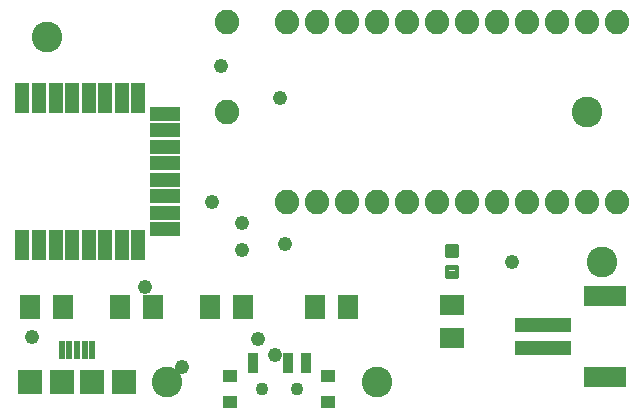
<source format=gts>
G75*
%MOIN*%
%OFA0B0*%
%FSLAX25Y25*%
%IPPOS*%
%LPD*%
%AMOC8*
5,1,8,0,0,1.08239X$1,22.5*
%
%ADD10R,0.04737X0.10446*%
%ADD11R,0.10446X0.04737*%
%ADD12C,0.08200*%
%ADD13R,0.18910X0.04737*%
%ADD14R,0.14186X0.07099*%
%ADD15R,0.04737X0.03950*%
%ADD16R,0.03556X0.06706*%
%ADD17C,0.04343*%
%ADD18C,0.01421*%
%ADD19R,0.07099X0.07887*%
%ADD20R,0.07887X0.07099*%
%ADD21R,0.02178X0.06312*%
%ADD22R,0.07887X0.08280*%
%ADD23R,0.08280X0.08280*%
%ADD24C,0.04800*%
%ADD25C,0.04762*%
%ADD26C,0.10249*%
D10*
X0045094Y0063610D03*
X0050606Y0063610D03*
X0056118Y0063610D03*
X0061630Y0063610D03*
X0067142Y0063610D03*
X0072654Y0063610D03*
X0078165Y0063610D03*
X0083677Y0063610D03*
X0083677Y0112823D03*
X0078165Y0112823D03*
X0072654Y0112823D03*
X0067142Y0112823D03*
X0061630Y0112823D03*
X0056118Y0112823D03*
X0050606Y0112823D03*
X0045094Y0112823D03*
D11*
X0092535Y0107508D03*
X0092535Y0101996D03*
X0092535Y0096484D03*
X0092535Y0090972D03*
X0092535Y0085461D03*
X0092535Y0079949D03*
X0092535Y0074437D03*
X0092535Y0068925D03*
D12*
X0133244Y0078217D03*
X0143244Y0078217D03*
X0153244Y0078217D03*
X0163244Y0078217D03*
X0173244Y0078217D03*
X0183244Y0078217D03*
X0193244Y0078217D03*
X0203244Y0078217D03*
X0213244Y0078217D03*
X0223244Y0078217D03*
X0233244Y0078217D03*
X0243244Y0078217D03*
X0243244Y0138217D03*
X0233244Y0138217D03*
X0223244Y0138217D03*
X0213244Y0138217D03*
X0203244Y0138217D03*
X0193244Y0138217D03*
X0183244Y0138217D03*
X0173244Y0138217D03*
X0163244Y0138217D03*
X0153244Y0138217D03*
X0143244Y0138217D03*
X0133244Y0138217D03*
X0113244Y0138217D03*
X0113244Y0108217D03*
D13*
X0218677Y0037154D03*
X0218677Y0029280D03*
D14*
X0239150Y0019831D03*
X0239150Y0046602D03*
D15*
X0147083Y0020047D03*
X0147083Y0011386D03*
X0114406Y0011386D03*
X0114406Y0020047D03*
D16*
X0121886Y0024575D03*
X0133697Y0024575D03*
X0139602Y0024575D03*
D17*
X0136650Y0015717D03*
X0124839Y0015717D03*
D18*
X0186586Y0053106D02*
X0189902Y0053106D01*
X0186586Y0053106D02*
X0186586Y0056422D01*
X0189902Y0056422D01*
X0189902Y0053106D01*
X0189902Y0054526D02*
X0186586Y0054526D01*
X0186586Y0055946D02*
X0189902Y0055946D01*
X0189902Y0060011D02*
X0186586Y0060011D01*
X0186586Y0063327D01*
X0189902Y0063327D01*
X0189902Y0060011D01*
X0189902Y0061431D02*
X0186586Y0061431D01*
X0186586Y0062851D02*
X0189902Y0062851D01*
D19*
X0153756Y0043217D03*
X0142732Y0043217D03*
X0118756Y0043217D03*
X0107732Y0043217D03*
X0088756Y0043217D03*
X0077732Y0043217D03*
X0058756Y0043217D03*
X0047732Y0043217D03*
D20*
X0188244Y0043728D03*
X0188244Y0032705D03*
D21*
X0068362Y0028650D03*
X0065803Y0028650D03*
X0063244Y0028650D03*
X0060685Y0028650D03*
X0058126Y0028650D03*
D22*
X0047496Y0018217D03*
X0078992Y0018217D03*
D23*
X0068244Y0018217D03*
X0058244Y0018217D03*
D24*
X0085944Y0049617D03*
X0118344Y0062217D03*
X0118344Y0071217D03*
X0132744Y0064017D03*
X0123744Y0032517D03*
X0129144Y0027117D03*
X0130944Y0112617D03*
X0111144Y0123417D03*
D25*
X0108244Y0078217D03*
X0048244Y0033217D03*
X0098244Y0023217D03*
X0208244Y0058217D03*
D26*
X0238244Y0058217D03*
X0163244Y0018217D03*
X0093244Y0018217D03*
X0233244Y0108217D03*
X0053244Y0133217D03*
M02*

</source>
